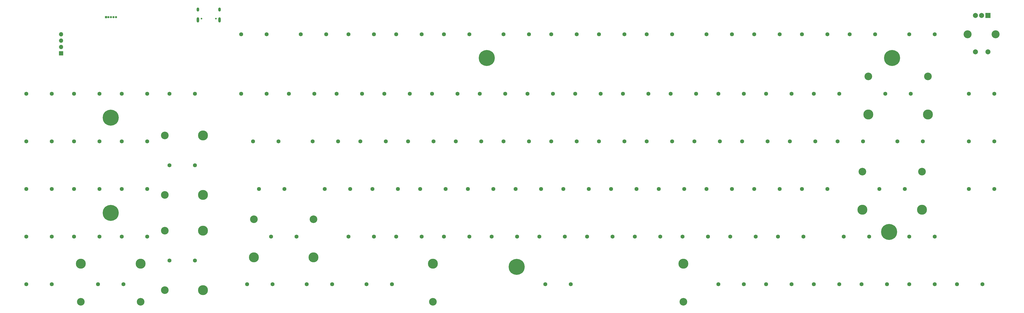
<source format=gbr>
%TF.GenerationSoftware,KiCad,Pcbnew,9.0.5*%
%TF.CreationDate,2026-01-20T20:49:48+07:00*%
%TF.ProjectId,MK98,4d4b3938-2e6b-4696-9361-645f70636258,rev?*%
%TF.SameCoordinates,Original*%
%TF.FileFunction,Soldermask,Top*%
%TF.FilePolarity,Negative*%
%FSLAX46Y46*%
G04 Gerber Fmt 4.6, Leading zero omitted, Abs format (unit mm)*
G04 Created by KiCad (PCBNEW 9.0.5) date 2026-01-20 20:49:48*
%MOMM*%
%LPD*%
G01*
G04 APERTURE LIST*
%ADD10C,2.000000*%
%ADD11C,3.200000*%
%ADD12R,2.000000X2.000000*%
%ADD13R,0.850000X0.850000*%
%ADD14C,0.850000*%
%ADD15C,3.987800*%
%ADD16C,3.048000*%
%ADD17C,0.800000*%
%ADD18C,6.400000*%
%ADD19O,1.700000X1.700000*%
%ADD20R,1.700000X1.700000*%
%ADD21C,1.600000*%
%ADD22O,1.000000X2.100000*%
%ADD23O,1.000000X1.600000*%
%ADD24C,0.650000*%
G04 APERTURE END LIST*
D10*
%TO.C,ENC1*%
X414347719Y-43987475D03*
X409347719Y-43987475D03*
D11*
X406247719Y-36987475D03*
X417447719Y-36987475D03*
D10*
X411847719Y-29487475D03*
X409347719Y-29487475D03*
D12*
X414347719Y-29487475D03*
%TD*%
D13*
%TO.C,J3*%
X62288245Y-30147971D03*
D14*
X63288245Y-30147971D03*
X64288246Y-30147971D03*
X65288245Y-30147971D03*
X66288245Y-30147971D03*
%TD*%
D15*
%TO.C,SB1*%
X390416250Y-69055000D03*
D16*
X390416250Y-53815000D03*
D15*
X366603750Y-69055000D03*
D16*
X366603750Y-53815000D03*
%TD*%
D17*
%TO.C,H3*%
X216682679Y-46475571D03*
X215979735Y-48172627D03*
X215979735Y-44778515D03*
X214282679Y-48875571D03*
D18*
X214282679Y-46475571D03*
D17*
X214282679Y-44075571D03*
X212585623Y-48172627D03*
X212585623Y-44778515D03*
X211882679Y-46475571D03*
%TD*%
D15*
%TO.C,SB2*%
X145147500Y-126205000D03*
D16*
X145147500Y-110965000D03*
D15*
X121335000Y-126205000D03*
D16*
X121335000Y-110965000D03*
%TD*%
D19*
%TO.C,J4*%
X44400000Y-37020000D03*
X44400000Y-39560000D03*
X44400000Y-42100000D03*
D20*
X44400000Y-44640000D03*
%TD*%
D17*
%TO.C,H2*%
X66585000Y-108425000D03*
X65882056Y-110122056D03*
X65882056Y-106727944D03*
X64185000Y-110825000D03*
D18*
X64185000Y-108425000D03*
D17*
X64185000Y-106025000D03*
X62487944Y-110122056D03*
X62487944Y-106727944D03*
X61785000Y-108425000D03*
%TD*%
%TO.C,H5*%
X378495424Y-46477450D03*
X377792480Y-48174506D03*
X377792480Y-44780394D03*
X376095424Y-48877450D03*
D18*
X376095424Y-46477450D03*
D17*
X376095424Y-44077450D03*
X374398368Y-48174506D03*
X374398368Y-44780394D03*
X373695424Y-46477450D03*
%TD*%
D16*
%TO.C,SB6*%
X85775000Y-77468750D03*
X85775000Y-101281250D03*
D15*
X101015001Y-77468749D03*
X101015001Y-101281251D03*
%TD*%
D17*
%TO.C,H6*%
X377350000Y-116022814D03*
X376647056Y-117719870D03*
X376647056Y-114325758D03*
X374950000Y-118422814D03*
D18*
X374950000Y-116022814D03*
D17*
X374950000Y-113622814D03*
X373252944Y-117719870D03*
X373252944Y-114325758D03*
X372550000Y-116022814D03*
%TD*%
D15*
%TO.C,SB3*%
X192772500Y-128745000D03*
D16*
X192772500Y-143984999D03*
D15*
X292785000Y-128745000D03*
D16*
X292785000Y-143984999D03*
%TD*%
D17*
%TO.C,H1*%
X66585000Y-70375000D03*
X65882056Y-72072056D03*
X65882056Y-68677944D03*
X64185000Y-72775000D03*
D18*
X64185000Y-70375000D03*
D17*
X64185000Y-67975000D03*
X62487944Y-72072056D03*
X62487944Y-68677944D03*
X61785000Y-70375000D03*
%TD*%
D15*
%TO.C,SB5*%
X388035000Y-107155000D03*
D16*
X388035000Y-91915000D03*
D15*
X364222500Y-107155000D03*
D16*
X364222500Y-91915000D03*
%TD*%
D15*
%TO.C,SB4*%
X52278749Y-128745000D03*
D16*
X52278750Y-143985000D03*
X76091250Y-143985000D03*
D15*
X76091251Y-128745000D03*
%TD*%
D17*
%TO.C,H4*%
X228660000Y-130000000D03*
X227957056Y-131697056D03*
X227957056Y-128302944D03*
X226260000Y-132400000D03*
D18*
X226260000Y-130000000D03*
D17*
X226260000Y-127600000D03*
X224562944Y-131697056D03*
X224562944Y-128302944D03*
X223860000Y-130000000D03*
%TD*%
D16*
%TO.C,SB7*%
X85775000Y-115568750D03*
X85775000Y-139381250D03*
D15*
X101015001Y-115568749D03*
X101015001Y-139381251D03*
%TD*%
D21*
%TO.C,HE39*%
X163880000Y-79850000D03*
X174040000Y-79850000D03*
%TD*%
%TO.C,HE5*%
X197217500Y-36987500D03*
X207377500Y-36987500D03*
%TD*%
%TO.C,HE67*%
X371048750Y-98900000D03*
X381208750Y-98900000D03*
%TD*%
%TO.C,HE49*%
X354380000Y-79850000D03*
X364540000Y-79850000D03*
%TD*%
%TO.C,HE28*%
X287705000Y-60800000D03*
X297865000Y-60800000D03*
%TD*%
%TO.C,HE95*%
X363905000Y-137000000D03*
X374065000Y-137000000D03*
%TD*%
%TO.C,HE9*%
X278180000Y-36987500D03*
X288340000Y-36987500D03*
%TD*%
%TO.C,HE64*%
X301992500Y-98900000D03*
X312152500Y-98900000D03*
%TD*%
%TO.C,HE59*%
X206742500Y-98900000D03*
X216902500Y-98900000D03*
%TD*%
%TO.C,HE31*%
X344855000Y-60800000D03*
X355015000Y-60800000D03*
%TD*%
%TO.C,HE23*%
X192455000Y-60800000D03*
X202615000Y-60800000D03*
%TD*%
%TO.C,HE78*%
X235317500Y-117950000D03*
X245477500Y-117950000D03*
%TD*%
%TO.C,HE35*%
X68630000Y-79850000D03*
X78790000Y-79850000D03*
%TD*%
%TO.C,HE7*%
X240080000Y-36987500D03*
X250240000Y-36987500D03*
%TD*%
%TO.C,HE80*%
X273417500Y-117950000D03*
X283577500Y-117950000D03*
%TD*%
%TO.C,HE63*%
X282942500Y-98900000D03*
X293102500Y-98900000D03*
%TD*%
%TO.C,HE17*%
X68630000Y-60800000D03*
X78790000Y-60800000D03*
%TD*%
%TO.C,HE10*%
X301992500Y-36987500D03*
X312152500Y-36987500D03*
%TD*%
%TO.C,HE25*%
X230555000Y-60800000D03*
X240715000Y-60800000D03*
%TD*%
%TO.C,HE92*%
X306755000Y-137000000D03*
X316915000Y-137000000D03*
%TD*%
%TO.C,HE14*%
X382955000Y-36987500D03*
X393115000Y-36987500D03*
%TD*%
%TO.C,HE79*%
X254367500Y-117950000D03*
X264527500Y-117950000D03*
%TD*%
%TO.C,HE36*%
X87680000Y-89375000D03*
X97840000Y-89375000D03*
%TD*%
%TO.C,HE40*%
X182930000Y-79850000D03*
X193090000Y-79850000D03*
%TD*%
%TO.C,HE12*%
X340092500Y-36987500D03*
X350252500Y-36987500D03*
%TD*%
%TO.C,HE82*%
X311517500Y-117950000D03*
X321677500Y-117950000D03*
%TD*%
%TO.C,HE88*%
X118636250Y-137000000D03*
X128796250Y-137000000D03*
%TD*%
%TO.C,HE29*%
X306755000Y-60800000D03*
X316915000Y-60800000D03*
%TD*%
%TO.C,HE42*%
X221030000Y-79850000D03*
X231190000Y-79850000D03*
%TD*%
%TO.C,HE68*%
X406767500Y-98900000D03*
X416927500Y-98900000D03*
%TD*%
%TO.C,HE61*%
X244842500Y-98900000D03*
X255002500Y-98900000D03*
%TD*%
%TO.C,HE75*%
X178167500Y-117950000D03*
X188327500Y-117950000D03*
%TD*%
%TO.C,HE43*%
X240080000Y-79850000D03*
X250240000Y-79850000D03*
%TD*%
%TO.C,HE74*%
X159117500Y-117950000D03*
X169277500Y-117950000D03*
%TD*%
%TO.C,HE4*%
X178167500Y-36987500D03*
X188327500Y-36987500D03*
%TD*%
%TO.C,HE69*%
X30530000Y-117950000D03*
X40690000Y-117950000D03*
%TD*%
%TO.C,HE41*%
X201980000Y-79850000D03*
X212140000Y-79850000D03*
%TD*%
%TO.C,HE48*%
X335330000Y-79850000D03*
X345490000Y-79850000D03*
%TD*%
%TO.C,HE24*%
X211505000Y-60800000D03*
X221665000Y-60800000D03*
%TD*%
%TO.C,HE46*%
X297230000Y-79850000D03*
X307390000Y-79850000D03*
%TD*%
%TO.C,HE58*%
X187692500Y-98900000D03*
X197852500Y-98900000D03*
%TD*%
%TO.C,HE6*%
X221030000Y-36987500D03*
X231190000Y-36987500D03*
%TD*%
%TO.C,HE93*%
X325805000Y-137000000D03*
X335965000Y-137000000D03*
%TD*%
%TO.C,HE98*%
X406767500Y-60800000D03*
X416927500Y-60800000D03*
%TD*%
%TO.C,HE66*%
X340092500Y-98900000D03*
X350252500Y-98900000D03*
%TD*%
%TO.C,HE2*%
X140067500Y-36987500D03*
X150227500Y-36987500D03*
%TD*%
%TO.C,HE54*%
X68630000Y-98900000D03*
X78790000Y-98900000D03*
%TD*%
%TO.C,HE60*%
X225792500Y-98900000D03*
X235952500Y-98900000D03*
%TD*%
%TO.C,HE19*%
X116255000Y-60800000D03*
X126415000Y-60800000D03*
%TD*%
%TO.C,HE96*%
X382955000Y-137000000D03*
X393115000Y-137000000D03*
%TD*%
%TO.C,HE21*%
X154355000Y-60800000D03*
X164515000Y-60800000D03*
%TD*%
%TO.C,HE26*%
X249600000Y-60800000D03*
X259760000Y-60800000D03*
%TD*%
%TO.C,HE86*%
X30530000Y-137000000D03*
X40690000Y-137000000D03*
%TD*%
%TO.C,HE38*%
X144830000Y-79850000D03*
X154990000Y-79850000D03*
%TD*%
%TO.C,HE56*%
X149592500Y-98900000D03*
X159752500Y-98900000D03*
%TD*%
%TO.C,HE91*%
X237698750Y-137000000D03*
X247858750Y-137000000D03*
%TD*%
%TO.C,HE37*%
X121017500Y-79850000D03*
X131177500Y-79850000D03*
%TD*%
%TO.C,HE8*%
X259130000Y-36987500D03*
X269290000Y-36987500D03*
%TD*%
%TO.C,HE71*%
X68630000Y-117950000D03*
X78790000Y-117950000D03*
%TD*%
%TO.C,HE30*%
X325805000Y-60800000D03*
X335965000Y-60800000D03*
%TD*%
%TO.C,HE27*%
X268655000Y-60800000D03*
X278815000Y-60800000D03*
%TD*%
%TO.C,HE44*%
X259130000Y-79850000D03*
X269290000Y-79850000D03*
%TD*%
%TO.C,HE57*%
X168642500Y-98900000D03*
X178802500Y-98900000D03*
%TD*%
%TO.C,HE15*%
X30530000Y-60800000D03*
X40690000Y-60800000D03*
%TD*%
%TO.C,HE1*%
X116255000Y-36987500D03*
X126415000Y-36987500D03*
%TD*%
%TO.C,HE3*%
X159117500Y-36987500D03*
X169277500Y-36987500D03*
%TD*%
%TO.C,HE87*%
X59105000Y-137000000D03*
X69265000Y-137000000D03*
%TD*%
%TO.C,HE22*%
X173405000Y-60800000D03*
X183565000Y-60800000D03*
%TD*%
%TO.C,HE72*%
X87680000Y-127475000D03*
X97840000Y-127475000D03*
%TD*%
%TO.C,HE11*%
X321042500Y-36987500D03*
X331202500Y-36987500D03*
%TD*%
%TO.C,HE81*%
X292467500Y-117950000D03*
X302627500Y-117950000D03*
%TD*%
%TO.C,HE77*%
X216267500Y-117950000D03*
X226427500Y-117950000D03*
%TD*%
%TO.C,HE90*%
X166261250Y-137000000D03*
X176421250Y-137000000D03*
%TD*%
%TO.C,HE85*%
X382955000Y-117950000D03*
X393115000Y-117950000D03*
%TD*%
%TO.C,HE47*%
X316280000Y-79850000D03*
X326440000Y-79850000D03*
%TD*%
%TO.C,HE32*%
X373430000Y-60800000D03*
X383590000Y-60800000D03*
%TD*%
%TO.C,HE97*%
X402005000Y-137000000D03*
X412165000Y-137000000D03*
%TD*%
%TO.C,HE76*%
X197217500Y-117950000D03*
X207377500Y-117950000D03*
%TD*%
%TO.C,HE94*%
X344855000Y-137000000D03*
X355015000Y-137000000D03*
%TD*%
%TO.C,HE65*%
X321042500Y-98900000D03*
X331202500Y-98900000D03*
%TD*%
%TO.C,HE89*%
X142448750Y-137000000D03*
X152608750Y-137000000D03*
%TD*%
%TO.C,HE34*%
X49580000Y-79850000D03*
X59740000Y-79850000D03*
%TD*%
%TO.C,HE73*%
X128161250Y-117950000D03*
X138321250Y-117950000D03*
%TD*%
%TO.C,HE51*%
X406767500Y-79850000D03*
X416927500Y-79850000D03*
%TD*%
%TO.C,HE52*%
X30530000Y-98900000D03*
X40690000Y-98900000D03*
%TD*%
%TO.C,HE70*%
X49580000Y-117950000D03*
X59740000Y-117950000D03*
%TD*%
%TO.C,HE62*%
X263892500Y-98900000D03*
X274052500Y-98900000D03*
%TD*%
%TO.C,HE13*%
X359142500Y-36987500D03*
X369302500Y-36987500D03*
%TD*%
%TO.C,HE55*%
X123398750Y-98900000D03*
X133558750Y-98900000D03*
%TD*%
%TO.C,HE53*%
X49580000Y-98900000D03*
X59740000Y-98900000D03*
%TD*%
%TO.C,HE16*%
X49580000Y-60800000D03*
X59740000Y-60800000D03*
%TD*%
%TO.C,HE18*%
X87680000Y-60800000D03*
X97840000Y-60800000D03*
%TD*%
%TO.C,HE83*%
X330567500Y-117950000D03*
X340727500Y-117950000D03*
%TD*%
D22*
%TO.C,J1*%
X107632149Y-31247351D03*
D23*
X107632149Y-27067351D03*
D22*
X98992149Y-31247351D03*
D23*
X98992149Y-27067351D03*
D24*
X106202149Y-30717351D03*
X100422149Y-30717351D03*
%TD*%
D21*
%TO.C,HE84*%
X356761250Y-117950000D03*
X366921250Y-117950000D03*
%TD*%
%TO.C,HE45*%
X278180000Y-79850000D03*
X288340000Y-79850000D03*
%TD*%
%TO.C,HE20*%
X135305000Y-60800000D03*
X145465000Y-60800000D03*
%TD*%
%TO.C,HE50*%
X378192500Y-79850000D03*
X388352500Y-79850000D03*
%TD*%
%TO.C,HE33*%
X30530000Y-79850000D03*
X40690000Y-79850000D03*
%TD*%
M02*

</source>
